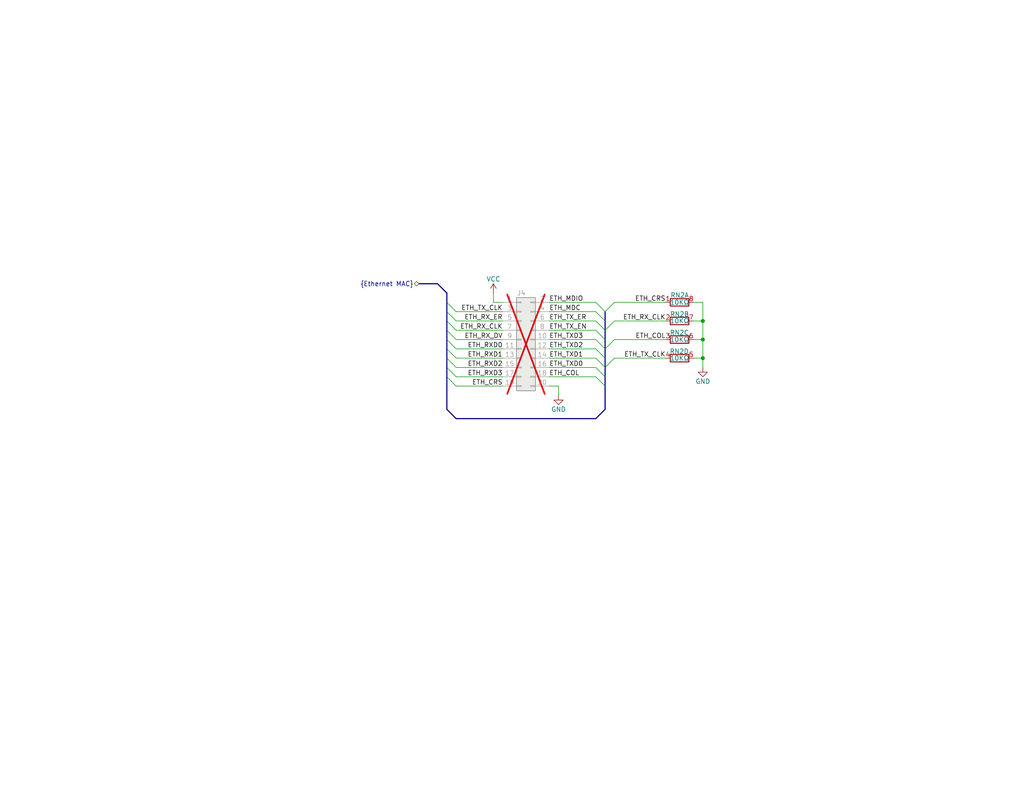
<source format=kicad_sch>
(kicad_sch (version 20230121) (generator eeschema)
  (paper "USLetter")
  (lib_symbols
    (symbol "Device:R_Pack04_Split" (pin_names (offset 0) hide)
      (property "Reference" "RN" (at 2.032 0 90))
      (property "Value" "R_Pack04_Split" (at 0 0 90))
      (symbol "R_Pack04_Split_0_1"
        (rectangle (start 1.016 2.54) (end -1.016 -2.54) (stroke (width 0.254)))
      )
      (symbol "R_Pack04_Split_1_1"
        (pin passive line (at 0 -3.81 90) (length 1.27) (name "R1.1") (number "1"))
        (pin passive line (at 0 3.81 270) (length 1.27) (name "R1.2") (number "8"))
      )
      (symbol "R_Pack04_Split_2_1"
        (pin passive line (at 0 -3.81 90) (length 1.27) (name "R2.1") (number "2"))
        (pin passive line (at 0 3.81 270) (length 1.27) (name "R2.2") (number "7"))
      )
      (symbol "R_Pack04_Split_3_1"
        (pin passive line (at 0 -3.81 90) (length 1.27) (name "R3.1") (number "3"))
        (pin passive line (at 0 3.81 270) (length 1.27) (name "R3.2") (number "6"))
      )
      (symbol "R_Pack04_Split_4_1"
        (pin passive line (at 0 -3.81 90) (length 1.27) (name "R4.1") (number "4"))
        (pin passive line (at 0 3.81 270) (length 1.27) (name "R4.2") (number "5"))
      )
    )
    (symbol "Turaco:Conn_02x10_Odd_Even" (pin_names (offset 1.016) hide)
      (property "Reference" "J" (at 1.27 12.7 0))
      (property "Value" "Conn_02x10_Odd_Even" (at 1.27 -15.24 0))
      (symbol "Conn_02x10_Odd_Even_1_1"
        (rectangle (start -1.27 -12.573) (end 0 -12.827) (stroke (width 0.1524)))
        (rectangle (start -1.27 -10.033) (end 0 -10.287) (stroke (width 0.1524)))
        (rectangle (start -1.27 -7.493) (end 0 -7.747) (stroke (width 0.1524)))
        (rectangle (start -1.27 -4.953) (end 0 -5.207) (stroke (width 0.1524)))
        (rectangle (start -1.27 -2.413) (end 0 -2.667) (stroke (width 0.1524)))
        (rectangle (start -1.27 0.127) (end 0 -0.127) (stroke (width 0.1524)))
        (rectangle (start -1.27 2.667) (end 0 2.413) (stroke (width 0.1524)))
        (rectangle (start -1.27 5.207) (end 0 4.953) (stroke (width 0.1524)))
        (rectangle (start -1.27 7.747) (end 0 7.493) (stroke (width 0.1524)))
        (rectangle (start -1.27 10.287) (end 0 10.033) (stroke (width 0.1524)))
        (rectangle (start -1.27 11.43) (end 3.81 -13.97) (stroke (width 0.254)) (fill (type background)))
        (rectangle (start 3.81 -12.573) (end 2.54 -12.827) (stroke (width 0.1524)))
        (rectangle (start 3.81 -10.033) (end 2.54 -10.287) (stroke (width 0.1524)))
        (rectangle (start 3.81 -7.493) (end 2.54 -7.747) (stroke (width 0.1524)))
        (rectangle (start 3.81 -4.953) (end 2.54 -5.207) (stroke (width 0.1524)))
        (rectangle (start 3.81 -2.413) (end 2.54 -2.667) (stroke (width 0.1524)))
        (rectangle (start 3.81 0.127) (end 2.54 -0.127) (stroke (width 0.1524)))
        (rectangle (start 3.81 2.667) (end 2.54 2.413) (stroke (width 0.1524)))
        (rectangle (start 3.81 5.207) (end 2.54 4.953) (stroke (width 0.1524)))
        (rectangle (start 3.81 7.747) (end 2.54 7.493) (stroke (width 0.1524)))
        (rectangle (start 3.81 10.287) (end 2.54 10.033) (stroke (width 0.1524)))
        (pin passive line (at -5.08 10.16 0) (length 3.81) (name "Pin_1") (number "1"))
        (pin passive line (at 7.62 0 180) (length 3.81) (name "Pin_10") (number "10"))
        (pin passive line (at -5.08 -2.54 0) (length 3.81) (name "Pin_11") (number "11"))
        (pin passive line (at 7.62 -2.54 180) (length 3.81) (name "Pin_12") (number "12"))
        (pin passive line (at -5.08 -5.08 0) (length 3.81) (name "Pin_13") (number "13"))
        (pin passive line (at 7.62 -5.08 180) (length 3.81) (name "Pin_14") (number "14"))
        (pin passive line (at -5.08 -7.62 0) (length 3.81) (name "Pin_15") (number "15"))
        (pin passive line (at 7.62 -7.62 180) (length 3.81) (name "Pin_16") (number "16"))
        (pin passive line (at -5.08 -10.16 0) (length 3.81) (name "Pin_17") (number "17"))
        (pin passive line (at 7.62 -10.16 180) (length 3.81) (name "Pin_18") (number "18"))
        (pin passive line (at -5.08 -12.7 0) (length 3.81) (name "Pin_19") (number "19"))
        (pin passive line (at 7.62 10.16 180) (length 3.81) (name "Pin_2") (number "2"))
        (pin passive line (at 7.62 -12.7 180) (length 3.81) (name "Pin_20") (number "20"))
        (pin passive line (at -5.08 7.62 0) (length 3.81) (name "Pin_3") (number "3"))
        (pin passive line (at 7.62 7.62 180) (length 3.81) (name "Pin_4") (number "4"))
        (pin passive line (at -5.08 5.08 0) (length 3.81) (name "Pin_5") (number "5"))
        (pin passive line (at 7.62 5.08 180) (length 3.81) (name "Pin_6") (number "6"))
        (pin passive line (at -5.08 2.54 0) (length 3.81) (name "Pin_7") (number "7"))
        (pin passive line (at 7.62 2.54 180) (length 3.81) (name "Pin_8") (number "8"))
        (pin passive line (at -5.08 0 0) (length 3.81) (name "Pin_9") (number "9"))
      )
    )
    (symbol "power:GND" (power) (pin_names (offset 0))
      (property "Value" "GND" (at 0 -3.81 0))
      (symbol "GND_0_1"
        (polyline (pts (xy 0 0) (xy 0 -1.27) (xy 1.27 -1.27) (xy 0 -2.54) (xy -1.27 -1.27) (xy 0 -1.27)))
      )
      (symbol "GND_1_1"
        (pin power_in line (at 0 0 270) (length 0) hide (name "GND") (number "1"))
      )
    )
    (symbol "power:VCC" (power) (pin_names (offset 0))
      (property "Value" "VCC" (at 0 3.81 0))
      (symbol "VCC_0_1"
        (polyline (pts (xy -0.762 1.27) (xy 0 2.54)))
        (polyline (pts (xy 0 0) (xy 0 2.54)))
        (polyline (pts (xy 0 2.54) (xy 0.762 1.27)))
      )
      (symbol "VCC_1_1"
        (pin power_in line (at 0 0 90) (length 0) hide (name "VCC") (number "1"))
      )
    )
  )
  (junction (at 191.77 92.71))
  (junction (at 191.77 87.63))
  (junction (at 191.77 97.79))
  (bus_entry (at 121.92 90.17) (size 2.54 2.54))
  (bus_entry (at 121.92 92.71) (size 2.54 2.54))
  (bus_entry (at 165.1 105.41) (size -2.54 -2.54))
  (bus_entry (at 165.1 100.33) (size -2.54 -2.54))
  (bus_entry (at 165.1 97.79) (size -2.54 -2.54))
  (bus_entry (at 121.92 102.87) (size 2.54 2.54))
  (bus_entry (at 121.92 87.63) (size 2.54 2.54))
  (bus_entry (at 165.1 92.71) (size -2.54 -2.54))
  (bus_entry (at 165.1 95.25) (size 2.54 -2.54))
  (bus_entry (at 121.92 97.79) (size 2.54 2.54))
  (bus_entry (at 165.1 85.09) (size 2.54 -2.54))
  (bus_entry (at 165.1 90.17) (size 2.54 -2.54))
  (bus_entry (at 121.92 82.55) (size 2.54 2.54))
  (bus_entry (at 165.1 102.87) (size -2.54 -2.54))
  (bus_entry (at 121.92 100.33) (size 2.54 2.54))
  (bus_entry (at 165.1 95.25) (size -2.54 -2.54))
  (bus_entry (at 165.1 90.17) (size -2.54 -2.54))
  (bus_entry (at 121.92 95.25) (size 2.54 2.54))
  (bus_entry (at 165.1 87.63) (size -2.54 -2.54))
  (bus_entry (at 165.1 100.33) (size 2.54 -2.54))
  (bus_entry (at 165.1 85.09) (size -2.54 -2.54))
  (bus_entry (at 121.92 85.09) (size 2.54 2.54))
  (wire (pts (xy 191.77 82.55) (xy 191.77 87.63)))
  (bus (pts (xy 165.1 97.79) (xy 165.1 100.33)))
  (wire (pts (xy 167.64 92.71) (xy 181.61 92.71)))
  (wire (pts (xy 189.23 92.71) (xy 191.77 92.71)))
  (wire (pts (xy 152.4 105.41) (xy 149.86 105.41)))
  (bus (pts (xy 121.92 97.79) (xy 121.92 100.33)))
  (bus (pts (xy 165.1 92.71) (xy 165.1 95.25)))
  (bus (pts (xy 121.92 102.87) (xy 121.92 111.76)))
  (wire (pts (xy 189.23 87.63) (xy 191.77 87.63)))
  (wire (pts (xy 162.56 92.71) (xy 149.86 92.71)))
  (wire (pts (xy 191.77 87.63) (xy 191.77 92.71)))
  (wire (pts (xy 124.46 90.17) (xy 137.16 90.17)))
  (wire (pts (xy 167.64 97.79) (xy 181.61 97.79)))
  (wire (pts (xy 162.56 100.33) (xy 149.86 100.33)))
  (bus (pts (xy 114.3 77.47) (xy 119.38 77.47)))
  (bus (pts (xy 121.92 80.01) (xy 121.92 82.55)))
  (bus (pts (xy 165.1 102.87) (xy 165.1 105.41)))
  (wire (pts (xy 124.46 102.87) (xy 137.16 102.87)))
  (wire (pts (xy 189.23 82.55) (xy 191.77 82.55)))
  (wire (pts (xy 124.46 92.71) (xy 137.16 92.71)))
  (wire (pts (xy 124.46 100.33) (xy 137.16 100.33)))
  (wire (pts (xy 162.56 85.09) (xy 149.86 85.09)))
  (wire (pts (xy 162.56 97.79) (xy 149.86 97.79)))
  (bus (pts (xy 124.46 114.3) (xy 162.56 114.3)))
  (wire (pts (xy 134.62 82.55) (xy 137.16 82.55)))
  (wire (pts (xy 191.77 97.79) (xy 191.77 100.33)))
  (bus (pts (xy 121.92 92.71) (xy 121.92 95.25)))
  (bus (pts (xy 121.92 90.17) (xy 121.92 92.71)))
  (bus (pts (xy 121.92 85.09) (xy 121.92 87.63)))
  (bus (pts (xy 165.1 100.33) (xy 165.1 102.87)))
  (bus (pts (xy 121.92 95.25) (xy 121.92 97.79)))
  (wire (pts (xy 124.46 95.25) (xy 137.16 95.25)))
  (wire (pts (xy 124.46 85.09) (xy 137.16 85.09)))
  (wire (pts (xy 162.56 95.25) (xy 149.86 95.25)))
  (bus (pts (xy 119.38 77.47) (xy 121.92 80.01)))
  (wire (pts (xy 152.4 107.95) (xy 152.4 105.41)))
  (wire (pts (xy 124.46 87.63) (xy 137.16 87.63)))
  (wire (pts (xy 167.64 82.55) (xy 181.61 82.55)))
  (wire (pts (xy 189.23 97.79) (xy 191.77 97.79)))
  (wire (pts (xy 167.64 87.63) (xy 181.61 87.63)))
  (wire (pts (xy 124.46 97.79) (xy 137.16 97.79)))
  (bus (pts (xy 165.1 87.63) (xy 165.1 90.17)))
  (wire (pts (xy 134.62 80.01) (xy 134.62 82.55)))
  (bus (pts (xy 165.1 85.09) (xy 165.1 87.63)))
  (wire (pts (xy 162.56 90.17) (xy 149.86 90.17)))
  (wire (pts (xy 162.56 82.55) (xy 149.86 82.55)))
  (wire (pts (xy 162.56 102.87) (xy 149.86 102.87)))
  (bus (pts (xy 165.1 90.17) (xy 165.1 92.71)))
  (bus (pts (xy 165.1 111.76) (xy 162.56 114.3)))
  (bus (pts (xy 121.92 87.63) (xy 121.92 90.17)))
  (wire (pts (xy 191.77 92.71) (xy 191.77 97.79)))
  (wire (pts (xy 124.46 105.41) (xy 137.16 105.41)))
  (bus (pts (xy 124.46 114.3) (xy 121.92 111.76)))
  (bus (pts (xy 165.1 95.25) (xy 165.1 97.79)))
  (bus (pts (xy 121.92 100.33) (xy 121.92 102.87)))
  (bus (pts (xy 121.92 82.55) (xy 121.92 85.09)))
  (bus (pts (xy 165.1 105.41) (xy 165.1 111.76)))
  (wire (pts (xy 162.56 87.63) (xy 149.86 87.63)))
  (label "ETH_RXD2" (at 137.16 100.33 180))
  (label "ETH_TXD3" (at 149.86 92.71 0))
  (label "ETH_RX_DV" (at 137.16 92.71 180))
  (label "ETH_CRS" (at 137.16 105.41 180))
  (label "ETH_RX_CLK" (at 181.61 87.63 180))
  (label "ETH_RX_CLK" (at 137.16 90.17 180))
  (label "ETH_MDC" (at 149.86 85.09 0))
  (label "ETH_TX_CLK" (at 137.16 85.09 180))
  (label "ETH_COL" (at 181.61 92.71 180))
  (label "ETH_RX_ER" (at 137.16 87.63 180))
  (label "ETH_TX_EN" (at 149.86 90.17 0))
  (label "ETH_TXD1" (at 149.86 97.79 0))
  (label "ETH_CRS" (at 181.61 82.55 180))
  (label "ETH_TX_CLK" (at 181.61 97.79 180))
  (label "ETH_RXD1" (at 137.16 97.79 180))
  (label "ETH_TXD0" (at 149.86 100.33 0))
  (label "ETH_RXD0" (at 137.16 95.25 180))
  (label "ETH_RXD3" (at 137.16 102.87 180))
  (label "ETH_MDIO" (at 149.86 82.55 0))
  (label "ETH_TXD2" (at 149.86 95.25 0))
  (label "ETH_TX_ER" (at 149.86 87.63 0))
  (label "ETH_COL" (at 149.86 102.87 0))
  (hierarchical_label "{Ethernet MAC}" (shape bidirectional) (at 114.3 77.47 180))
  (symbol (lib_id "Turaco:Conn_02x10_Odd_Even") (at 142.24 92.71 0) (unit 1) (dnp yes)
    (property "Reference" "J4" (at 142.24 80.01 0))
    (property "Value" "Conn_02x10_Odd_Even" (effects hide))
  )
  (symbol (lib_id "Device:R_Pack04_Split") (at 185.42 92.71 270) (unit 3)
    (property "Reference" "RN2" (at 185.3757 90.8279 90))
    (property "Value" "10KΩ" (at 185.42 92.71 90))
    (property "Footprint" "Resistor_SMD:R_Array_Concave_4x0402" (effects hide))
    (instances (project "Revision 2" (path "" (reference "RN2") (unit 3)) (path "" (reference "RN8") (unit 3))))
  )
  (symbol (lib_id "Device:R_Pack04_Split") (at 185.42 97.79 270) (unit 4)
    (property "Reference" "RN2" (at 185.3384 95.9414 90))
    (property "Value" "10KΩ" (at 185.42 97.79 90))
    (property "Footprint" "Resistor_SMD:R_Array_Concave_4x0402" (effects hide))
    (instances (project "Revision 2" (path "" (reference "RN2") (unit 4)) (path "" (reference "RN8") (unit 4))))
  )
  (symbol (lib_id "power:GND") (at 152.4 107.95 0) (unit 1)
    (property "Reference" "#PWR0117" (effects hide))
    (property "Value" "GND" (at 152.4 111.76 0))
  )
  (symbol (lib_id "power:VCC") (at 134.62 80.01 0) (unit 1)
    (property "Reference" "#PWR0116" (effects hide))
    (property "Value" "VCC" (at 134.62 76.2 0))
  )
  (symbol (lib_id "power:GND") (at 191.77 100.33 0) (unit 1)
    (property "Reference" "#PWR0150" (effects hide))
    (property "Value" "GND" (at 191.77 104.14 0))
  )
  (symbol (lib_id "Device:R_Pack04_Split") (at 185.42 82.55 270) (unit 1)
    (property "Reference" "RN2" (at 185.4503 80.6009 90))
    (property "Value" "10KΩ" (at 185.42 82.55 90))
    (property "Footprint" "Resistor_SMD:R_Array_Concave_4x0402" (effects hide))
    (instances (project "Revision 2" (path "" (reference "RN2") (unit 1)) (path "" (reference "RN8") (unit 1))))
  )
  (symbol (lib_id "Device:R_Pack04_Split") (at 185.42 87.63 270) (unit 2)
    (property "Reference" "RN2" (at 185.413 85.789 90))
    (property "Value" "10KΩ" (at 185.42 87.63 90))
    (property "Footprint" "Resistor_SMD:R_Array_Concave_4x0402" (effects hide))
    (instances (project "Revision 2" (path "" (reference "RN2") (unit 2)) (path "" (reference "RN8") (unit 2))))
  )
)
</source>
